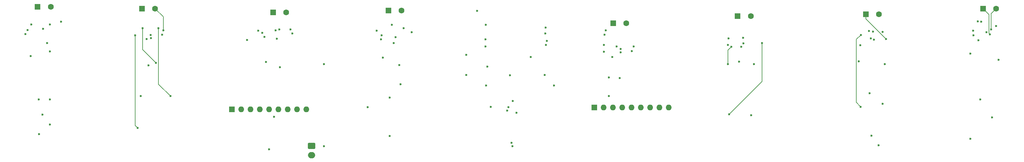
<source format=gbr>
%TF.GenerationSoftware,KiCad,Pcbnew,8.0.8*%
%TF.CreationDate,2025-05-04T20:59:54-05:00*%
%TF.ProjectId,Feedback_sleeve,46656564-6261-4636-9b5f-736c65657665,rev?*%
%TF.SameCoordinates,Original*%
%TF.FileFunction,Copper,L22,Inr*%
%TF.FilePolarity,Positive*%
%FSLAX46Y46*%
G04 Gerber Fmt 4.6, Leading zero omitted, Abs format (unit mm)*
G04 Created by KiCad (PCBNEW 8.0.8) date 2025-05-04 20:59:54*
%MOMM*%
%LPD*%
G01*
G04 APERTURE LIST*
G04 Aperture macros list*
%AMRoundRect*
0 Rectangle with rounded corners*
0 $1 Rounding radius*
0 $2 $3 $4 $5 $6 $7 $8 $9 X,Y pos of 4 corners*
0 Add a 4 corners polygon primitive as box body*
4,1,4,$2,$3,$4,$5,$6,$7,$8,$9,$2,$3,0*
0 Add four circle primitives for the rounded corners*
1,1,$1+$1,$2,$3*
1,1,$1+$1,$4,$5*
1,1,$1+$1,$6,$7*
1,1,$1+$1,$8,$9*
0 Add four rect primitives between the rounded corners*
20,1,$1+$1,$2,$3,$4,$5,0*
20,1,$1+$1,$4,$5,$6,$7,0*
20,1,$1+$1,$6,$7,$8,$9,0*
20,1,$1+$1,$8,$9,$2,$3,0*%
G04 Aperture macros list end*
%TA.AperFunction,ComponentPad*%
%ADD10RoundRect,0.250000X-0.550000X-0.550000X0.550000X-0.550000X0.550000X0.550000X-0.550000X0.550000X0*%
%TD*%
%TA.AperFunction,ComponentPad*%
%ADD11C,1.600000*%
%TD*%
%TA.AperFunction,ComponentPad*%
%ADD12R,1.600000X1.600000*%
%TD*%
%TA.AperFunction,ComponentPad*%
%ADD13O,1.600000X1.600000*%
%TD*%
%TA.AperFunction,ComponentPad*%
%ADD14RoundRect,0.250000X-0.750000X0.600000X-0.750000X-0.600000X0.750000X-0.600000X0.750000X0.600000X0*%
%TD*%
%TA.AperFunction,ComponentPad*%
%ADD15O,2.000000X1.700000*%
%TD*%
%TA.AperFunction,ViaPad*%
%ADD16C,0.600000*%
%TD*%
%TA.AperFunction,Conductor*%
%ADD17C,0.200000*%
%TD*%
G04 APERTURE END LIST*
D10*
%TO.N,Net-(J7-Pin_1)*%
%TO.C,J7*%
X242900000Y-17500000D03*
D11*
%TO.N,Net-(J7-Pin_2)*%
X246500000Y-17500000D03*
%TD*%
D10*
%TO.N,Net-(J8-Pin_1)*%
%TO.C,J8*%
X274900000Y-16000000D03*
D11*
%TO.N,Net-(J8-Pin_2)*%
X278500000Y-16000000D03*
%TD*%
D10*
%TO.N,Net-(J2-Pin_1)*%
%TO.C,J2*%
X45200000Y-16000000D03*
D11*
%TO.N,Net-(J2-Pin_2)*%
X48800000Y-16000000D03*
%TD*%
D10*
%TO.N,Net-(J6-Pin_1)*%
%TO.C,J6*%
X207900000Y-18000000D03*
D11*
%TO.N,Net-(J6-Pin_2)*%
X211500000Y-18000000D03*
%TD*%
D10*
%TO.N,Net-(J3-Pin_1)*%
%TO.C,J3*%
X81000000Y-17000000D03*
D11*
%TO.N,Net-(J3-Pin_2)*%
X84600000Y-17000000D03*
%TD*%
D12*
%TO.N,Net-(RN1-common)*%
%TO.C,RN2*%
X69760000Y-43500000D03*
D13*
%TO.N,Net-(RN2-R1)*%
X72300000Y-43500000D03*
%TO.N,Net-(RN2-R2)*%
X74840000Y-43500000D03*
%TO.N,Net-(RN2-R3)*%
X77380000Y-43500000D03*
%TO.N,Net-(RN2-R4)*%
X79920000Y-43500000D03*
%TO.N,Net-(RN2-R5)*%
X82460000Y-43500000D03*
%TO.N,Net-(RN2-R6)*%
X85000000Y-43500000D03*
%TO.N,Net-(RN2-R7)*%
X87540000Y-43500000D03*
%TO.N,Net-(RN2-R8)*%
X90080000Y-43500000D03*
%TD*%
D14*
%TO.N,Net-(J9-Pin_1)*%
%TO.C,J9*%
X91500000Y-53500000D03*
D15*
%TO.N,Net-(J9-Pin_2)*%
X91500000Y-56000000D03*
%TD*%
D10*
%TO.N,Net-(J4-Pin_1)*%
%TO.C,J4*%
X112500000Y-16500000D03*
D11*
%TO.N,Net-(J4-Pin_2)*%
X116100000Y-16500000D03*
%TD*%
D12*
%TO.N,Net-(RN1-common)*%
%TO.C,RN1*%
X168760000Y-43000000D03*
D13*
%TO.N,Net-(RN1-R1)*%
X171300000Y-43000000D03*
%TO.N,Net-(RN1-R2)*%
X173840000Y-43000000D03*
%TO.N,Net-(RN1-R3)*%
X176380000Y-43000000D03*
%TO.N,Net-(RN1-R4)*%
X178920000Y-43000000D03*
%TO.N,Net-(RN1-R5)*%
X181460000Y-43000000D03*
%TO.N,Net-(RN1-R6)*%
X184000000Y-43000000D03*
%TO.N,Net-(RN1-R7)*%
X186540000Y-43000000D03*
%TO.N,Net-(RN1-R8)*%
X189080000Y-43000000D03*
%TD*%
D10*
%TO.N,Net-(J1-Pin_1)*%
%TO.C,J1*%
X16700000Y-15500000D03*
D11*
%TO.N,Net-(J1-Pin_2)*%
X20300000Y-15500000D03*
%TD*%
D10*
%TO.N,Net-(J5-Pin_1)*%
%TO.C,J5*%
X173900000Y-20000000D03*
D11*
%TO.N,Net-(J5-Pin_2)*%
X177500000Y-20000000D03*
%TD*%
D16*
%TO.N,Net-(U1-GND)*%
X17095500Y-50321100D03*
X171377100Y-27752000D03*
X205594700Y-44905300D03*
X14834800Y-28967500D03*
X179017600Y-27617400D03*
X47589500Y-23225400D03*
X110467800Y-24348000D03*
X172682700Y-34819700D03*
X112842700Y-40329300D03*
X208245400Y-30467500D03*
X50728400Y-23100000D03*
X209432800Y-25440000D03*
X272252400Y-23280900D03*
X171566300Y-23086900D03*
X79067000Y-30518700D03*
X46961400Y-31470500D03*
X244401700Y-50745200D03*
X243947400Y-39076400D03*
X44866000Y-39904100D03*
X17001400Y-40829300D03*
X240951400Y-30411500D03*
X274157400Y-40829300D03*
X78663200Y-23693200D03*
X271418700Y-28282100D03*
X110979400Y-29408200D03*
X155457500Y-21133100D03*
X13395100Y-22941500D03*
X214570700Y-25376200D03*
X245123800Y-24500000D03*
%TO.N,Net-(U2-REG)*%
X274410700Y-19564400D03*
X279125700Y-29974700D03*
%TO.N,Net-(U4-REG)*%
X175674700Y-34923400D03*
%TO.N,Net-(U5-REG)*%
X113469400Y-20366500D03*
X115453800Y-31382200D03*
%TO.N,Net-(U10-REG)*%
X45411400Y-21344600D03*
X49065500Y-30811900D03*
%TO.N,Net-(U6-REG)*%
X15016300Y-20335300D03*
X20090700Y-47685200D03*
%TO.N,Net-(U9-REG)*%
X76938700Y-22008700D03*
X82922700Y-31970500D03*
%TO.N,Net-(U7-REG)*%
X243781600Y-22118400D03*
X246384400Y-53336900D03*
%TO.N,Net-(J1-Pin_1)*%
X19292700Y-25376200D03*
%TO.N,Net-(J1-Pin_2)*%
X23082700Y-19564400D03*
%TO.N,Net-(J2-Pin_2)*%
X51017600Y-21908700D03*
%TO.N,Net-(J2-Pin_1)*%
X47668900Y-24070700D03*
%TO.N,Net-(J3-Pin_2)*%
X85786700Y-21656900D03*
%TO.N,Net-(J3-Pin_1)*%
X86280400Y-22742700D03*
%TO.N,Net-(J4-Pin_1)*%
X114461700Y-23761600D03*
%TO.N,Net-(J4-Pin_2)*%
X118886400Y-22470300D03*
%TO.N,Net-(J5-Pin_2)*%
X179457200Y-26300300D03*
%TO.N,Net-(J5-Pin_1)*%
X175926200Y-27900000D03*
%TO.N,Net-(J6-Pin_1)*%
X208896100Y-26420700D03*
%TO.N,Net-(J7-Pin_1)*%
X248395400Y-24250000D03*
%TO.N,Net-(J7-Pin_2)*%
X244868400Y-22227600D03*
%TO.N,Net-(J8-Pin_1)*%
X276779600Y-23010400D03*
%TO.N,Net-(J8-Pin_2)*%
X277122500Y-21666800D03*
%TO.N,Net-(J9-Pin_1)*%
X145754700Y-34211000D03*
X94890700Y-31188000D03*
%TO.N,Net-(U1-PC01_A1_D1)*%
X173685700Y-29242000D03*
X171845900Y-21950500D03*
X139125100Y-20375000D03*
%TO.N,Net-(U1-PC05_A5_D5_SCL)*%
X139557100Y-31818900D03*
%TO.N,Net-(U1-PA03_A8_D8_SCK)*%
X82011000Y-24176200D03*
%TO.N,Net-(U1-PC00_A0_D0)*%
X273512700Y-19481600D03*
X273612700Y-24641500D03*
X136778700Y-16617400D03*
%TO.N,Net-(U1-PC06_A6_D6_TX)*%
X133786700Y-34093900D03*
X205249400Y-31188000D03*
X206170900Y-26416600D03*
%TO.N,Net-(U1-PC02_A2_D2)*%
X139058900Y-24413400D03*
X113954100Y-25376200D03*
%TO.N,Net-(U1-PA04_A9_D9_MISO)*%
X46445800Y-24270700D03*
X151344000Y-29168400D03*
%TO.N,Net-(U1-PC04_A4_D4_SDA)*%
X133786700Y-28647700D03*
%TO.N,Net-(U1-PC07_A7_D7_RX)*%
X155190200Y-34138800D03*
%TO.N,Net-(U1-PC03_A3_D3)*%
X139058900Y-26342800D03*
X241421900Y-25985700D03*
%TO.N,Net-(RN1-common)*%
X139214400Y-36999800D03*
X247484100Y-22339600D03*
X157739200Y-36999800D03*
X20092300Y-40829300D03*
X20090700Y-27682400D03*
X116668800Y-21334700D03*
X53002700Y-39905700D03*
X115830300Y-36619000D03*
X82695300Y-21708700D03*
X278429300Y-20774000D03*
X20090700Y-20330100D03*
X248039400Y-31188000D03*
X247482700Y-41982700D03*
X212337400Y-31188000D03*
X211578700Y-45078700D03*
X175924200Y-26989200D03*
X49716200Y-21330200D03*
X155381200Y-22754500D03*
X209417200Y-23983900D03*
%TO.N,Net-(RN1-R6)*%
X81279700Y-45523400D03*
X81692800Y-21917300D03*
%TO.N,Net-(RN1-R7)*%
X205374400Y-24104900D03*
%TO.N,Net-(RN1-R2)*%
X18070000Y-44981300D03*
X18194400Y-21458700D03*
%TO.N,Net-(RN1-R8)*%
X205233400Y-25927500D03*
%TO.N,Net-(RN1-R5)*%
X78041100Y-22633100D03*
X79930700Y-54435200D03*
%TO.N,Net-(RN1-R3)*%
X43340400Y-23250000D03*
X44026700Y-48623400D03*
%TO.N,Net-(RN1-R1)*%
X13996600Y-21818200D03*
X145314800Y-42912200D03*
%TO.N,Net-(RN1-R4)*%
X144991400Y-43836400D03*
%TO.N,Net-(RN2-R5)*%
X277402700Y-45717500D03*
X275844500Y-22470700D03*
%TO.N,Net-(RN2-R6)*%
X146389300Y-53624600D03*
X272168000Y-21999100D03*
X94871000Y-53624600D03*
X271418700Y-51529300D03*
%TO.N,Net-(RN2-R7)*%
X155792100Y-24795800D03*
X147504600Y-44475500D03*
X244286900Y-24161600D03*
%TO.N,Net-(RN2-R4)*%
X146160000Y-52645400D03*
X171326500Y-25862500D03*
X155558000Y-25896600D03*
%TO.N,Net-(RN2-R8)*%
X241531400Y-23154400D03*
X241498700Y-42811600D03*
%TO.N,Net-(RN2-R2)*%
X140461900Y-42812200D03*
X106858700Y-42942100D03*
X110618800Y-23261600D03*
%TO.N,Net-(RN2-R3)*%
X172682700Y-39905700D03*
X174878000Y-26284700D03*
X146470800Y-41259900D03*
%TO.N,Net-(RN2-R1)*%
X73946700Y-24529200D03*
X112842700Y-50827800D03*
X109318900Y-22028000D03*
%TD*%
D17*
%TO.N,Net-(U1-GND)*%
X214570700Y-35929300D02*
X214570700Y-25376200D01*
X205594700Y-44905300D02*
X214570700Y-35929300D01*
%TO.N,Net-(U10-REG)*%
X45411400Y-27157800D02*
X45411400Y-21344600D01*
X49065500Y-30811900D02*
X45411400Y-27157800D01*
%TO.N,Net-(J2-Pin_2)*%
X51017600Y-18217600D02*
X51017600Y-21908700D01*
X48800000Y-16000000D02*
X51017600Y-18217600D01*
%TO.N,Net-(J7-Pin_1)*%
X242900000Y-17500000D02*
X242900000Y-18754600D01*
X242900000Y-18754600D02*
X248395400Y-24250000D01*
%TO.N,Net-(J8-Pin_1)*%
X274900000Y-16000000D02*
X276488900Y-17588900D01*
X276488900Y-17588900D02*
X276488900Y-22719700D01*
X276488900Y-22719700D02*
X276779600Y-23010400D01*
%TO.N,Net-(J8-Pin_2)*%
X278500000Y-16000000D02*
X277122500Y-17377500D01*
X277122500Y-17377500D02*
X277122500Y-21666800D01*
%TO.N,Net-(U1-PC06_A6_D6_TX)*%
X205249400Y-27338100D02*
X206170900Y-26416600D01*
X205249400Y-31188000D02*
X205249400Y-27338100D01*
%TO.N,Net-(RN1-common)*%
X49716200Y-36619200D02*
X53002700Y-39905700D01*
X49716200Y-21330200D02*
X49716200Y-36619200D01*
%TO.N,Net-(RN1-R3)*%
X43340400Y-47937100D02*
X44026700Y-48623400D01*
X43340400Y-23250000D02*
X43340400Y-47937100D01*
%TO.N,Net-(RN2-R8)*%
X240277500Y-41590400D02*
X240277500Y-24408300D01*
X241498700Y-42811600D02*
X240277500Y-41590400D01*
X240277500Y-24408300D02*
X241531400Y-23154400D01*
%TD*%
M02*

</source>
